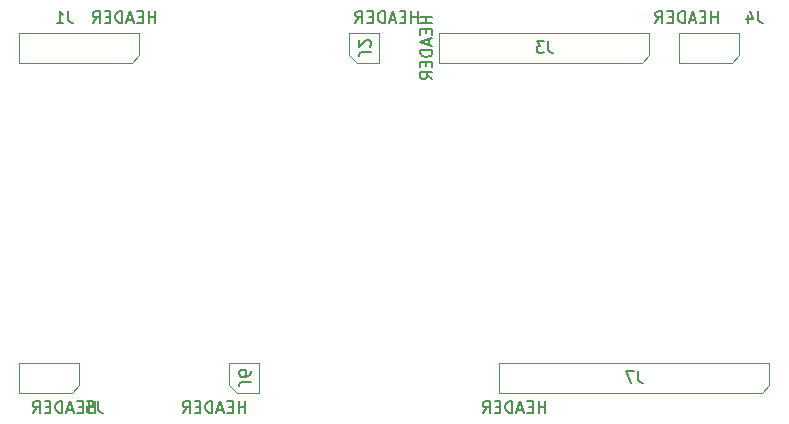
<source format=gbr>
G04 #@! TF.GenerationSoftware,KiCad,Pcbnew,(5.1.0-0)*
G04 #@! TF.CreationDate,2019-05-18T17:03:28+01:00*
G04 #@! TF.ProjectId,ac2-detpic-shield,6163322d-6465-4747-9069-632d73686965,rev?*
G04 #@! TF.SameCoordinates,Original*
G04 #@! TF.FileFunction,Other,Fab,Bot*
%FSLAX46Y46*%
G04 Gerber Fmt 4.6, Leading zero omitted, Abs format (unit mm)*
G04 Created by KiCad (PCBNEW (5.1.0-0)) date 2019-05-18 17:03:28*
%MOMM*%
%LPD*%
G04 APERTURE LIST*
%ADD10C,0.100000*%
%ADD11C,0.150000*%
G04 APERTURE END LIST*
D10*
X158750000Y-43815000D02*
X158750000Y-41910000D01*
X158750000Y-41910000D02*
X148590000Y-41910000D01*
X148590000Y-41910000D02*
X148590000Y-44450000D01*
X148590000Y-44450000D02*
X158115000Y-44450000D01*
X158115000Y-44450000D02*
X158750000Y-43815000D01*
X177165000Y-44450000D02*
X179070000Y-44450000D01*
X179070000Y-44450000D02*
X179070000Y-41910000D01*
X179070000Y-41910000D02*
X176530000Y-41910000D01*
X176530000Y-41910000D02*
X176530000Y-43815000D01*
X176530000Y-43815000D02*
X177165000Y-44450000D01*
X209550000Y-43815000D02*
X209550000Y-41910000D01*
X209550000Y-41910000D02*
X204470000Y-41910000D01*
X204470000Y-41910000D02*
X204470000Y-44450000D01*
X204470000Y-44450000D02*
X208915000Y-44450000D01*
X208915000Y-44450000D02*
X209550000Y-43815000D01*
X153035000Y-72390000D02*
X153670000Y-71755000D01*
X148590000Y-72390000D02*
X153035000Y-72390000D01*
X148590000Y-69850000D02*
X148590000Y-72390000D01*
X153670000Y-69850000D02*
X148590000Y-69850000D01*
X153670000Y-71755000D02*
X153670000Y-69850000D01*
X166370000Y-71755000D02*
X167005000Y-72390000D01*
X166370000Y-69850000D02*
X166370000Y-71755000D01*
X168910000Y-69850000D02*
X166370000Y-69850000D01*
X168910000Y-72390000D02*
X168910000Y-69850000D01*
X167005000Y-72390000D02*
X168910000Y-72390000D01*
X212090000Y-71755000D02*
X212090000Y-69850000D01*
X212090000Y-69850000D02*
X189230000Y-69850000D01*
X189230000Y-69850000D02*
X189230000Y-72390000D01*
X189230000Y-72390000D02*
X211455000Y-72390000D01*
X211455000Y-72390000D02*
X212090000Y-71755000D01*
X201930000Y-43815000D02*
X201930000Y-41910000D01*
X201930000Y-41910000D02*
X184150000Y-41910000D01*
X184150000Y-41910000D02*
X184150000Y-44450000D01*
X184150000Y-44450000D02*
X201295000Y-44450000D01*
X201295000Y-44450000D02*
X201930000Y-43815000D01*
D11*
X160099047Y-41092380D02*
X160099047Y-40092380D01*
X160099047Y-40568571D02*
X159527619Y-40568571D01*
X159527619Y-41092380D02*
X159527619Y-40092380D01*
X159051428Y-40568571D02*
X158718095Y-40568571D01*
X158575238Y-41092380D02*
X159051428Y-41092380D01*
X159051428Y-40092380D01*
X158575238Y-40092380D01*
X158194285Y-40806666D02*
X157718095Y-40806666D01*
X158289523Y-41092380D02*
X157956190Y-40092380D01*
X157622857Y-41092380D01*
X157289523Y-41092380D02*
X157289523Y-40092380D01*
X157051428Y-40092380D01*
X156908571Y-40140000D01*
X156813333Y-40235238D01*
X156765714Y-40330476D01*
X156718095Y-40520952D01*
X156718095Y-40663809D01*
X156765714Y-40854285D01*
X156813333Y-40949523D01*
X156908571Y-41044761D01*
X157051428Y-41092380D01*
X157289523Y-41092380D01*
X156289523Y-40568571D02*
X155956190Y-40568571D01*
X155813333Y-41092380D02*
X156289523Y-41092380D01*
X156289523Y-40092380D01*
X155813333Y-40092380D01*
X154813333Y-41092380D02*
X155146666Y-40616190D01*
X155384761Y-41092380D02*
X155384761Y-40092380D01*
X155003809Y-40092380D01*
X154908571Y-40140000D01*
X154860952Y-40187619D01*
X154813333Y-40282857D01*
X154813333Y-40425714D01*
X154860952Y-40520952D01*
X154908571Y-40568571D01*
X155003809Y-40616190D01*
X155384761Y-40616190D01*
X152733333Y-40092380D02*
X152733333Y-40806666D01*
X152780952Y-40949523D01*
X152876190Y-41044761D01*
X153019047Y-41092380D01*
X153114285Y-41092380D01*
X151733333Y-41092380D02*
X152304761Y-41092380D01*
X152019047Y-41092380D02*
X152019047Y-40092380D01*
X152114285Y-40235238D01*
X152209523Y-40330476D01*
X152304761Y-40378095D01*
X182324047Y-41092380D02*
X182324047Y-40092380D01*
X182324047Y-40568571D02*
X181752619Y-40568571D01*
X181752619Y-41092380D02*
X181752619Y-40092380D01*
X181276428Y-40568571D02*
X180943095Y-40568571D01*
X180800238Y-41092380D02*
X181276428Y-41092380D01*
X181276428Y-40092380D01*
X180800238Y-40092380D01*
X180419285Y-40806666D02*
X179943095Y-40806666D01*
X180514523Y-41092380D02*
X180181190Y-40092380D01*
X179847857Y-41092380D01*
X179514523Y-41092380D02*
X179514523Y-40092380D01*
X179276428Y-40092380D01*
X179133571Y-40140000D01*
X179038333Y-40235238D01*
X178990714Y-40330476D01*
X178943095Y-40520952D01*
X178943095Y-40663809D01*
X178990714Y-40854285D01*
X179038333Y-40949523D01*
X179133571Y-41044761D01*
X179276428Y-41092380D01*
X179514523Y-41092380D01*
X178514523Y-40568571D02*
X178181190Y-40568571D01*
X178038333Y-41092380D02*
X178514523Y-41092380D01*
X178514523Y-40092380D01*
X178038333Y-40092380D01*
X177038333Y-41092380D02*
X177371666Y-40616190D01*
X177609761Y-41092380D02*
X177609761Y-40092380D01*
X177228809Y-40092380D01*
X177133571Y-40140000D01*
X177085952Y-40187619D01*
X177038333Y-40282857D01*
X177038333Y-40425714D01*
X177085952Y-40520952D01*
X177133571Y-40568571D01*
X177228809Y-40616190D01*
X177609761Y-40616190D01*
X178347619Y-43513333D02*
X177633333Y-43513333D01*
X177490476Y-43560952D01*
X177395238Y-43656190D01*
X177347619Y-43799047D01*
X177347619Y-43894285D01*
X178252380Y-43084761D02*
X178300000Y-43037142D01*
X178347619Y-42941904D01*
X178347619Y-42703809D01*
X178300000Y-42608571D01*
X178252380Y-42560952D01*
X178157142Y-42513333D01*
X178061904Y-42513333D01*
X177919047Y-42560952D01*
X177347619Y-43132380D01*
X177347619Y-42513333D01*
X207724047Y-41092380D02*
X207724047Y-40092380D01*
X207724047Y-40568571D02*
X207152619Y-40568571D01*
X207152619Y-41092380D02*
X207152619Y-40092380D01*
X206676428Y-40568571D02*
X206343095Y-40568571D01*
X206200238Y-41092380D02*
X206676428Y-41092380D01*
X206676428Y-40092380D01*
X206200238Y-40092380D01*
X205819285Y-40806666D02*
X205343095Y-40806666D01*
X205914523Y-41092380D02*
X205581190Y-40092380D01*
X205247857Y-41092380D01*
X204914523Y-41092380D02*
X204914523Y-40092380D01*
X204676428Y-40092380D01*
X204533571Y-40140000D01*
X204438333Y-40235238D01*
X204390714Y-40330476D01*
X204343095Y-40520952D01*
X204343095Y-40663809D01*
X204390714Y-40854285D01*
X204438333Y-40949523D01*
X204533571Y-41044761D01*
X204676428Y-41092380D01*
X204914523Y-41092380D01*
X203914523Y-40568571D02*
X203581190Y-40568571D01*
X203438333Y-41092380D02*
X203914523Y-41092380D01*
X203914523Y-40092380D01*
X203438333Y-40092380D01*
X202438333Y-41092380D02*
X202771666Y-40616190D01*
X203009761Y-41092380D02*
X203009761Y-40092380D01*
X202628809Y-40092380D01*
X202533571Y-40140000D01*
X202485952Y-40187619D01*
X202438333Y-40282857D01*
X202438333Y-40425714D01*
X202485952Y-40520952D01*
X202533571Y-40568571D01*
X202628809Y-40616190D01*
X203009761Y-40616190D01*
X211153333Y-40092380D02*
X211153333Y-40806666D01*
X211200952Y-40949523D01*
X211296190Y-41044761D01*
X211439047Y-41092380D01*
X211534285Y-41092380D01*
X210248571Y-40425714D02*
X210248571Y-41092380D01*
X210486666Y-40044761D02*
X210724761Y-40759047D01*
X210105714Y-40759047D01*
X155019047Y-74112380D02*
X155019047Y-73112380D01*
X155019047Y-73588571D02*
X154447619Y-73588571D01*
X154447619Y-74112380D02*
X154447619Y-73112380D01*
X153971428Y-73588571D02*
X153638095Y-73588571D01*
X153495238Y-74112380D02*
X153971428Y-74112380D01*
X153971428Y-73112380D01*
X153495238Y-73112380D01*
X153114285Y-73826666D02*
X152638095Y-73826666D01*
X153209523Y-74112380D02*
X152876190Y-73112380D01*
X152542857Y-74112380D01*
X152209523Y-74112380D02*
X152209523Y-73112380D01*
X151971428Y-73112380D01*
X151828571Y-73160000D01*
X151733333Y-73255238D01*
X151685714Y-73350476D01*
X151638095Y-73540952D01*
X151638095Y-73683809D01*
X151685714Y-73874285D01*
X151733333Y-73969523D01*
X151828571Y-74064761D01*
X151971428Y-74112380D01*
X152209523Y-74112380D01*
X151209523Y-73588571D02*
X150876190Y-73588571D01*
X150733333Y-74112380D02*
X151209523Y-74112380D01*
X151209523Y-73112380D01*
X150733333Y-73112380D01*
X149733333Y-74112380D02*
X150066666Y-73636190D01*
X150304761Y-74112380D02*
X150304761Y-73112380D01*
X149923809Y-73112380D01*
X149828571Y-73160000D01*
X149780952Y-73207619D01*
X149733333Y-73302857D01*
X149733333Y-73445714D01*
X149780952Y-73540952D01*
X149828571Y-73588571D01*
X149923809Y-73636190D01*
X150304761Y-73636190D01*
X155273333Y-73112380D02*
X155273333Y-73826666D01*
X155320952Y-73969523D01*
X155416190Y-74064761D01*
X155559047Y-74112380D01*
X155654285Y-74112380D01*
X154320952Y-73112380D02*
X154797142Y-73112380D01*
X154844761Y-73588571D01*
X154797142Y-73540952D01*
X154701904Y-73493333D01*
X154463809Y-73493333D01*
X154368571Y-73540952D01*
X154320952Y-73588571D01*
X154273333Y-73683809D01*
X154273333Y-73921904D01*
X154320952Y-74017142D01*
X154368571Y-74064761D01*
X154463809Y-74112380D01*
X154701904Y-74112380D01*
X154797142Y-74064761D01*
X154844761Y-74017142D01*
X167719047Y-74112380D02*
X167719047Y-73112380D01*
X167719047Y-73588571D02*
X167147619Y-73588571D01*
X167147619Y-74112380D02*
X167147619Y-73112380D01*
X166671428Y-73588571D02*
X166338095Y-73588571D01*
X166195238Y-74112380D02*
X166671428Y-74112380D01*
X166671428Y-73112380D01*
X166195238Y-73112380D01*
X165814285Y-73826666D02*
X165338095Y-73826666D01*
X165909523Y-74112380D02*
X165576190Y-73112380D01*
X165242857Y-74112380D01*
X164909523Y-74112380D02*
X164909523Y-73112380D01*
X164671428Y-73112380D01*
X164528571Y-73160000D01*
X164433333Y-73255238D01*
X164385714Y-73350476D01*
X164338095Y-73540952D01*
X164338095Y-73683809D01*
X164385714Y-73874285D01*
X164433333Y-73969523D01*
X164528571Y-74064761D01*
X164671428Y-74112380D01*
X164909523Y-74112380D01*
X163909523Y-73588571D02*
X163576190Y-73588571D01*
X163433333Y-74112380D02*
X163909523Y-74112380D01*
X163909523Y-73112380D01*
X163433333Y-73112380D01*
X162433333Y-74112380D02*
X162766666Y-73636190D01*
X163004761Y-74112380D02*
X163004761Y-73112380D01*
X162623809Y-73112380D01*
X162528571Y-73160000D01*
X162480952Y-73207619D01*
X162433333Y-73302857D01*
X162433333Y-73445714D01*
X162480952Y-73540952D01*
X162528571Y-73588571D01*
X162623809Y-73636190D01*
X163004761Y-73636190D01*
X168187619Y-71453333D02*
X167473333Y-71453333D01*
X167330476Y-71500952D01*
X167235238Y-71596190D01*
X167187619Y-71739047D01*
X167187619Y-71834285D01*
X168187619Y-70548571D02*
X168187619Y-70739047D01*
X168140000Y-70834285D01*
X168092380Y-70881904D01*
X167949523Y-70977142D01*
X167759047Y-71024761D01*
X167378095Y-71024761D01*
X167282857Y-70977142D01*
X167235238Y-70929523D01*
X167187619Y-70834285D01*
X167187619Y-70643809D01*
X167235238Y-70548571D01*
X167282857Y-70500952D01*
X167378095Y-70453333D01*
X167616190Y-70453333D01*
X167711428Y-70500952D01*
X167759047Y-70548571D01*
X167806666Y-70643809D01*
X167806666Y-70834285D01*
X167759047Y-70929523D01*
X167711428Y-70977142D01*
X167616190Y-71024761D01*
X193119047Y-74112380D02*
X193119047Y-73112380D01*
X193119047Y-73588571D02*
X192547619Y-73588571D01*
X192547619Y-74112380D02*
X192547619Y-73112380D01*
X192071428Y-73588571D02*
X191738095Y-73588571D01*
X191595238Y-74112380D02*
X192071428Y-74112380D01*
X192071428Y-73112380D01*
X191595238Y-73112380D01*
X191214285Y-73826666D02*
X190738095Y-73826666D01*
X191309523Y-74112380D02*
X190976190Y-73112380D01*
X190642857Y-74112380D01*
X190309523Y-74112380D02*
X190309523Y-73112380D01*
X190071428Y-73112380D01*
X189928571Y-73160000D01*
X189833333Y-73255238D01*
X189785714Y-73350476D01*
X189738095Y-73540952D01*
X189738095Y-73683809D01*
X189785714Y-73874285D01*
X189833333Y-73969523D01*
X189928571Y-74064761D01*
X190071428Y-74112380D01*
X190309523Y-74112380D01*
X189309523Y-73588571D02*
X188976190Y-73588571D01*
X188833333Y-74112380D02*
X189309523Y-74112380D01*
X189309523Y-73112380D01*
X188833333Y-73112380D01*
X187833333Y-74112380D02*
X188166666Y-73636190D01*
X188404761Y-74112380D02*
X188404761Y-73112380D01*
X188023809Y-73112380D01*
X187928571Y-73160000D01*
X187880952Y-73207619D01*
X187833333Y-73302857D01*
X187833333Y-73445714D01*
X187880952Y-73540952D01*
X187928571Y-73588571D01*
X188023809Y-73636190D01*
X188404761Y-73636190D01*
X200993333Y-70572380D02*
X200993333Y-71286666D01*
X201040952Y-71429523D01*
X201136190Y-71524761D01*
X201279047Y-71572380D01*
X201374285Y-71572380D01*
X200612380Y-70572380D02*
X199945714Y-70572380D01*
X200374285Y-71572380D01*
X183542380Y-40560952D02*
X182542380Y-40560952D01*
X183018571Y-40560952D02*
X183018571Y-41132380D01*
X183542380Y-41132380D02*
X182542380Y-41132380D01*
X183018571Y-41608571D02*
X183018571Y-41941904D01*
X183542380Y-42084761D02*
X183542380Y-41608571D01*
X182542380Y-41608571D01*
X182542380Y-42084761D01*
X183256666Y-42465714D02*
X183256666Y-42941904D01*
X183542380Y-42370476D02*
X182542380Y-42703809D01*
X183542380Y-43037142D01*
X183542380Y-43370476D02*
X182542380Y-43370476D01*
X182542380Y-43608571D01*
X182590000Y-43751428D01*
X182685238Y-43846666D01*
X182780476Y-43894285D01*
X182970952Y-43941904D01*
X183113809Y-43941904D01*
X183304285Y-43894285D01*
X183399523Y-43846666D01*
X183494761Y-43751428D01*
X183542380Y-43608571D01*
X183542380Y-43370476D01*
X183018571Y-44370476D02*
X183018571Y-44703809D01*
X183542380Y-44846666D02*
X183542380Y-44370476D01*
X182542380Y-44370476D01*
X182542380Y-44846666D01*
X183542380Y-45846666D02*
X183066190Y-45513333D01*
X183542380Y-45275238D02*
X182542380Y-45275238D01*
X182542380Y-45656190D01*
X182590000Y-45751428D01*
X182637619Y-45799047D01*
X182732857Y-45846666D01*
X182875714Y-45846666D01*
X182970952Y-45799047D01*
X183018571Y-45751428D01*
X183066190Y-45656190D01*
X183066190Y-45275238D01*
X193373333Y-42632380D02*
X193373333Y-43346666D01*
X193420952Y-43489523D01*
X193516190Y-43584761D01*
X193659047Y-43632380D01*
X193754285Y-43632380D01*
X192992380Y-42632380D02*
X192373333Y-42632380D01*
X192706666Y-43013333D01*
X192563809Y-43013333D01*
X192468571Y-43060952D01*
X192420952Y-43108571D01*
X192373333Y-43203809D01*
X192373333Y-43441904D01*
X192420952Y-43537142D01*
X192468571Y-43584761D01*
X192563809Y-43632380D01*
X192849523Y-43632380D01*
X192944761Y-43584761D01*
X192992380Y-43537142D01*
M02*

</source>
